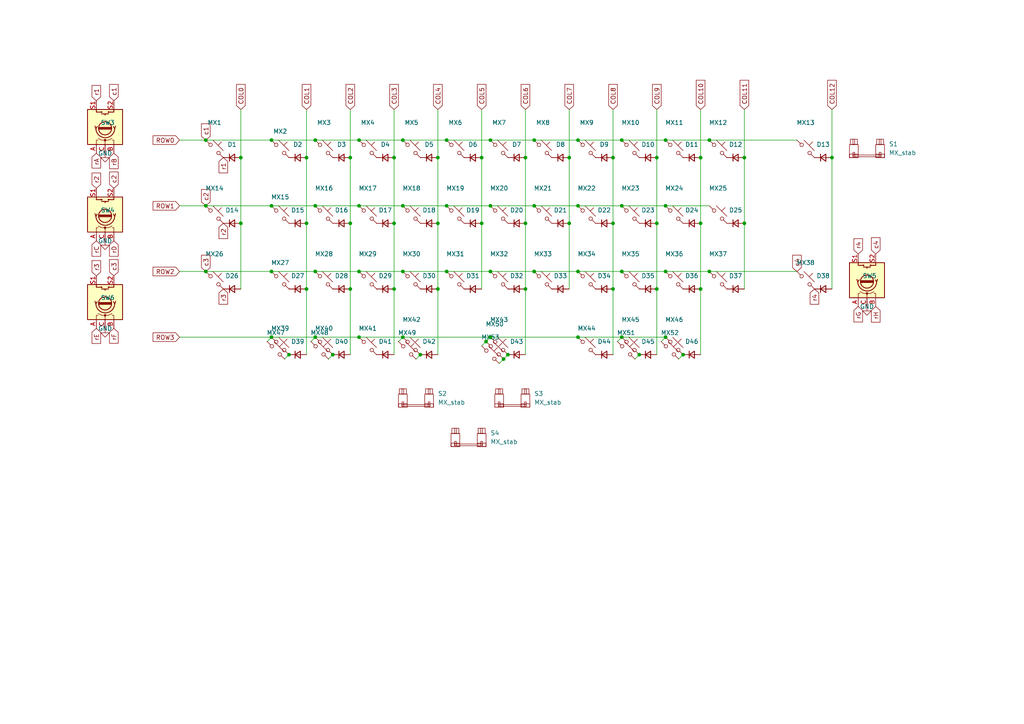
<source format=kicad_sch>
(kicad_sch (version 20231120) (generator "eeschema") (generator_version "8.0")
  (paper "A4")
  (junction (at 127 45.72))
  (junction (at 152.4 45.72))
  (junction (at 167.64 78.74))
  (junction (at 101.6 64.77))
  (junction (at 193.04 59.69))
  (junction (at 91.44 97.79))
  (junction (at 88.9 83.82))
  (junction (at 177.8 83.82))
  (junction (at 59.69 59.69))
  (junction (at 193.04 40.64))
  (junction (at 88.9 64.77))
  (junction (at 193.04 78.74))
  (junction (at 101.6 83.82))
  (junction (at 78.74 97.79))
  (junction (at 114.3 83.82))
  (junction (at 91.44 59.69))
  (junction (at 190.5 83.82))
  (junction (at 142.24 78.74))
  (junction (at 114.3 64.77))
  (junction (at 78.74 59.69))
  (junction (at 91.44 78.74))
  (junction (at 146.05 104.14))
  (junction (at 96.52 102.87))
  (junction (at 116.84 59.69))
  (junction (at 180.34 40.64))
  (junction (at 78.74 40.64))
  (junction (at 104.14 40.64))
  (junction (at 180.34 59.69))
  (junction (at 190.5 45.72))
  (junction (at 121.92 102.87))
  (junction (at 142.24 97.79))
  (junction (at 180.34 78.74))
  (junction (at 185.42 102.87))
  (junction (at 78.74 78.74))
  (junction (at 180.34 97.79))
  (junction (at 104.14 78.74))
  (junction (at 154.94 40.64))
  (junction (at 104.14 59.69))
  (junction (at 215.9 45.72))
  (junction (at 241.3 45.72))
  (junction (at 167.64 59.69))
  (junction (at 167.64 40.64))
  (junction (at 104.14 97.79))
  (junction (at 152.4 64.77))
  (junction (at 129.54 78.74))
  (junction (at 69.85 45.72))
  (junction (at 165.1 45.72))
  (junction (at 83.82 102.87))
  (junction (at 198.12 102.87))
  (junction (at 193.04 97.79))
  (junction (at 127 64.77))
  (junction (at 165.1 64.77))
  (junction (at 114.3 45.72))
  (junction (at 205.74 78.74))
  (junction (at 147.32 102.87))
  (junction (at 203.2 83.82))
  (junction (at 116.84 40.64))
  (junction (at 129.54 40.64))
  (junction (at 140.97 99.06))
  (junction (at 59.69 40.64))
  (junction (at 203.2 45.72))
  (junction (at 88.9 45.72))
  (junction (at 154.94 78.74))
  (junction (at 152.4 83.82))
  (junction (at 203.2 64.77))
  (junction (at 177.8 45.72))
  (junction (at 91.44 40.64))
  (junction (at 69.85 64.77))
  (junction (at 139.7 64.77))
  (junction (at 215.9 64.77))
  (junction (at 142.24 59.69))
  (junction (at 205.74 40.64))
  (junction (at 139.7 45.72))
  (junction (at 177.8 64.77))
  (junction (at 116.84 78.74))
  (junction (at 116.84 97.79))
  (junction (at 127 83.82))
  (junction (at 154.94 59.69))
  (junction (at 101.6 45.72))
  (junction (at 142.24 40.64))
  (junction (at 190.5 64.77))
  (junction (at 167.64 97.79))
  (junction (at 129.54 59.69))
  (junction (at 59.69 78.74))
  (wire (pts (xy 167.64 97.79) (xy 180.34 97.79)))
  (wire (pts (xy 59.69 78.74) (xy 78.74 78.74)))
  (wire (pts (xy 179.07 99.06) (xy 180.34 97.79)))
  (wire (pts (xy 167.64 40.64) (xy 180.34 40.64)))
  (wire (pts (xy 88.9 45.72) (xy 88.9 64.77)))
  (wire (pts (xy 203.2 64.77) (xy 203.2 83.82)))
  (wire (pts (xy 78.74 78.74) (xy 91.44 78.74)))
  (wire (pts (xy 114.3 83.82) (xy 114.3 102.87)))
  (wire (pts (xy 205.74 78.74) (xy 231.14 78.74)))
  (wire (pts (xy 193.04 59.69) (xy 205.74 59.69)))
  (wire (pts (xy 177.8 31.75) (xy 177.8 45.72)))
  (wire (pts (xy 177.8 83.82) (xy 177.8 102.87)))
  (wire (pts (xy 146.05 104.14) (xy 147.32 102.87)))
  (wire (pts (xy 193.04 78.74) (xy 205.74 78.74)))
  (wire (pts (xy 203.2 83.82) (xy 203.2 102.87)))
  (wire (pts (xy 154.94 40.64) (xy 167.64 40.64)))
  (wire (pts (xy 77.47 99.06) (xy 78.74 97.79)))
  (wire (pts (xy 142.24 97.79) (xy 167.64 97.79)))
  (wire (pts (xy 95.25 104.14) (xy 96.52 102.87)))
  (wire (pts (xy 205.74 40.64) (xy 231.14 40.64)))
  (wire (pts (xy 177.8 64.77) (xy 177.8 83.82)))
  (wire (pts (xy 241.3 45.72) (xy 241.3 83.82)))
  (wire (pts (xy 142.24 59.69) (xy 154.94 59.69)))
  (wire (pts (xy 203.2 31.75) (xy 203.2 45.72)))
  (wire (pts (xy 165.1 31.75) (xy 165.1 45.72)))
  (wire (pts (xy 180.34 97.79) (xy 193.04 97.79)))
  (wire (pts (xy 180.34 78.74) (xy 193.04 78.74)))
  (wire (pts (xy 129.54 78.74) (xy 142.24 78.74)))
  (wire (pts (xy 142.24 78.74) (xy 154.94 78.74)))
  (wire (pts (xy 101.6 83.82) (xy 101.6 102.87)))
  (wire (pts (xy 139.7 31.75) (xy 139.7 45.72)))
  (wire (pts (xy 69.85 64.77) (xy 69.85 83.82)))
  (wire (pts (xy 152.4 64.77) (xy 152.4 83.82)))
  (wire (pts (xy 82.55 104.14) (xy 83.82 102.87)))
  (wire (pts (xy 191.77 99.06) (xy 193.04 97.79)))
  (wire (pts (xy 52.07 78.74) (xy 59.69 78.74)))
  (wire (pts (xy 215.9 64.77) (xy 215.9 83.82)))
  (wire (pts (xy 215.9 31.75) (xy 215.9 45.72)))
  (wire (pts (xy 116.84 78.74) (xy 129.54 78.74)))
  (wire (pts (xy 139.7 100.33) (xy 140.97 99.06)))
  (wire (pts (xy 114.3 31.75) (xy 114.3 45.72)))
  (wire (pts (xy 215.9 45.72) (xy 215.9 64.77)))
  (wire (pts (xy 139.7 45.72) (xy 139.7 64.77)))
  (wire (pts (xy 101.6 31.75) (xy 101.6 45.72)))
  (wire (pts (xy 154.94 59.69) (xy 167.64 59.69)))
  (wire (pts (xy 152.4 31.75) (xy 152.4 45.72)))
  (wire (pts (xy 167.64 59.69) (xy 180.34 59.69)))
  (wire (pts (xy 184.15 104.14) (xy 185.42 102.87)))
  (wire (pts (xy 129.54 40.64) (xy 142.24 40.64)))
  (wire (pts (xy 52.07 59.69) (xy 59.69 59.69)))
  (wire (pts (xy 101.6 64.77) (xy 101.6 83.82)))
  (wire (pts (xy 91.44 40.64) (xy 104.14 40.64)))
  (wire (pts (xy 104.14 59.69) (xy 116.84 59.69)))
  (wire (pts (xy 52.07 40.64) (xy 59.69 40.64)))
  (wire (pts (xy 88.9 83.82) (xy 88.9 102.87)))
  (wire (pts (xy 190.5 31.75) (xy 190.5 45.72)))
  (wire (pts (xy 88.9 31.75) (xy 88.9 45.72)))
  (wire (pts (xy 190.5 64.77) (xy 190.5 83.82)))
  (wire (pts (xy 90.17 99.06) (xy 91.44 97.79)))
  (wire (pts (xy 78.74 59.69) (xy 91.44 59.69)))
  (wire (pts (xy 154.94 78.74) (xy 167.64 78.74)))
  (wire (pts (xy 91.44 59.69) (xy 104.14 59.69)))
  (wire (pts (xy 114.3 45.72) (xy 114.3 64.77)))
  (wire (pts (xy 152.4 83.82) (xy 152.4 102.87)))
  (wire (pts (xy 196.85 104.14) (xy 198.12 102.87)))
  (wire (pts (xy 101.6 45.72) (xy 101.6 64.77)))
  (wire (pts (xy 127 83.82) (xy 127 102.87)))
  (wire (pts (xy 104.14 97.79) (xy 116.84 97.79)))
  (wire (pts (xy 69.85 31.75) (xy 69.85 45.72)))
  (wire (pts (xy 152.4 45.72) (xy 152.4 64.77)))
  (wire (pts (xy 88.9 64.77) (xy 88.9 83.82)))
  (wire (pts (xy 69.85 45.72) (xy 69.85 64.77)))
  (wire (pts (xy 177.8 45.72) (xy 177.8 64.77)))
  (wire (pts (xy 104.14 78.74) (xy 116.84 78.74)))
  (wire (pts (xy 116.84 40.64) (xy 129.54 40.64)))
  (wire (pts (xy 144.78 105.41) (xy 146.05 104.14)))
  (wire (pts (xy 91.44 78.74) (xy 104.14 78.74)))
  (wire (pts (xy 203.2 45.72) (xy 203.2 64.77)))
  (wire (pts (xy 193.04 40.64) (xy 205.74 40.64)))
  (wire (pts (xy 104.14 40.64) (xy 116.84 40.64)))
  (wire (pts (xy 241.3 31.75) (xy 241.3 45.72)))
  (wire (pts (xy 142.24 40.64) (xy 154.94 40.64)))
  (wire (pts (xy 120.65 104.14) (xy 121.92 102.87)))
  (wire (pts (xy 139.7 64.77) (xy 139.7 83.82)))
  (wire (pts (xy 127 31.75) (xy 127 45.72)))
  (wire (pts (xy 115.57 99.06) (xy 116.84 97.79)))
  (wire (pts (xy 52.07 97.79) (xy 78.74 97.79)))
  (wire (pts (xy 190.5 83.82) (xy 190.5 102.87)))
  (wire (pts (xy 165.1 64.77) (xy 165.1 83.82)))
  (wire (pts (xy 78.74 40.64) (xy 91.44 40.64)))
  (wire (pts (xy 140.97 99.06) (xy 142.24 97.79)))
  (wire (pts (xy 165.1 45.72) (xy 165.1 64.77)))
  (wire (pts (xy 127 64.77) (xy 127 83.82)))
  (wire (pts (xy 127 45.72) (xy 127 64.77)))
  (wire (pts (xy 59.69 59.69) (xy 78.74 59.69)))
  (wire (pts (xy 129.54 59.69) (xy 142.24 59.69)))
  (wire (pts (xy 59.69 40.64) (xy 78.74 40.64)))
  (wire (pts (xy 167.64 78.74) (xy 180.34 78.74)))
  (wire (pts (xy 116.84 97.79) (xy 142.24 97.79)))
  (wire (pts (xy 114.3 64.77) (xy 114.3 83.82)))
  (wire (pts (xy 78.74 97.79) (xy 91.44 97.79)))
  (wire (pts (xy 190.5 45.72) (xy 190.5 64.77)))
  (wire (pts (xy 116.84 59.69) (xy 129.54 59.69)))
  (wire (pts (xy 180.34 40.64) (xy 193.04 40.64)))
  (wire (pts (xy 91.44 97.79) (xy 104.14 97.79)))
  (wire (pts (xy 180.34 59.69) (xy 193.04 59.69)))
  (global_label "ROW2" (shape input) (at 52.07 78.74 180) (property "Intersheetrefs" "${INTERSHEET_REFS}" (effects (hide yes))))
  (global_label "ROW0" (shape input) (at 52.07 40.64 180) (property "Intersheetrefs" "${INTERSHEET_REFS}" (effects (hide yes))))
  (global_label "COL3" (shape input) (at 114.3 31.75 90) (property "Intersheetrefs" "${INTERSHEET_REFS}" (effects (hide yes))))
  (global_label "c3" (shape input) (at 59.69 78.74 90) (property "Intersheetrefs" "${INTERSHEET_REFS}" (effects (hide yes))))
  (global_label "c3" (shape input) (at 33.02 80.01 90) (property "Intersheetrefs" "${INTERSHEET_REFS}" (effects (hide yes))))
  (global_label "ROW3" (shape input) (at 52.07 97.79 180) (property "Intersheetrefs" "${INTERSHEET_REFS}" (effects (hide yes))))
  (global_label "COL2" (shape input) (at 101.6 31.75 90) (property "Intersheetrefs" "${INTERSHEET_REFS}" (effects (hide yes))))
  (global_label "c1" (shape input) (at 59.69 40.64 90) (property "Intersheetrefs" "${INTERSHEET_REFS}" (effects (hide yes))))
  (global_label "COL4" (shape input) (at 127 31.75 90) (property "Intersheetrefs" "${INTERSHEET_REFS}" (effects (hide yes))))
  (global_label "COL6" (shape input) (at 152.4 31.75 90) (property "Intersheetrefs" "${INTERSHEET_REFS}" (effects (hide yes))))
  (global_label "rE" (shape input) (at 27.94 95.25 270) (property "Intersheetrefs" "${INTERSHEET_REFS}" (effects (hide yes))))
  (global_label "rC" (shape input) (at 27.94 69.85 270) (property "Intersheetrefs" "${INTERSHEET_REFS}" (effects (hide yes))))
  (global_label "r2" (shape input) (at 27.94 54.61 90) (property "Intersheetrefs" "${INTERSHEET_REFS}" (effects (hide yes))))
  (global_label "rD" (shape input) (at 33.02 69.85 270) (property "Intersheetrefs" "${INTERSHEET_REFS}" (effects (hide yes))))
  (global_label "rA" (shape input) (at 27.94 44.45 270) (property "Intersheetrefs" "${INTERSHEET_REFS}" (effects (hide yes))))
  (global_label "r3" (shape input) (at 64.77 83.82 270) (property "Intersheetrefs" "${INTERSHEET_REFS}" (effects (hide yes))))
  (global_label "COL12" (shape input) (at 241.3 31.75 90) (property "Intersheetrefs" "${INTERSHEET_REFS}" (effects (hide yes))))
  (global_label "c4" (shape input) (at 231.14 78.74 90) (property "Intersheetrefs" "${INTERSHEET_REFS}" (effects (hide yes))))
  (global_label "r2" (shape input) (at 64.77 64.77 270) (property "Intersheetrefs" "${INTERSHEET_REFS}" (effects (hide yes))))
  (global_label "rH" (shape input) (at 254 88.9 270) (property "Intersheetrefs" "${INTERSHEET_REFS}" (effects (hide yes))))
  (global_label "r3" (shape input) (at 27.94 80.01 90) (property "Intersheetrefs" "${INTERSHEET_REFS}" (effects (hide yes))))
  (global_label "r4" (shape input) (at 236.22 83.82 270) (property "Intersheetrefs" "${INTERSHEET_REFS}" (effects (hide yes))))
  (global_label "rG" (shape input) (at 248.92 88.9 270) (property "Intersheetrefs" "${INTERSHEET_REFS}" (effects (hide yes))))
  (global_label "COL10" (shape input) (at 203.2 31.75 90) (property "Intersheetrefs" "${INTERSHEET_REFS}" (effects (hide yes))))
  (global_label "r1" (shape input) (at 64.77 45.72 270) (property "Intersheetrefs" "${INTERSHEET_REFS}" (effects (hide yes))))
  (global_label "rB" (shape input) (at 33.02 44.45 270) (property "Intersheetrefs" "${INTERSHEET_REFS}" (effects (hide yes))))
  (global_label "COL11" (shape input) (at 215.9 31.75 90) (property "Intersheetrefs" "${INTERSHEET_REFS}" (effects (hide yes))))
  (global_label "ROW1" (shape input) (at 52.07 59.69 180) (property "Intersheetrefs" "${INTERSHEET_REFS}" (effects (hide yes))))
  (global_label "c2" (shape input) (at 33.02 54.61 90) (property "Intersheetrefs" "${INTERSHEET_REFS}" (effects (hide yes))))
  (global_label "COL5" (shape input) (at 139.7 31.75 90) (property "Intersheetrefs" "${INTERSHEET_REFS}" (effects (hide yes))))
  (global_label "r1" (shape input) (at 27.94 29.21 90) (property "Intersheetrefs" "${INTERSHEET_REFS}" (effects (hide yes))))
  (global_label "COL8" (shape input) (at 177.8 31.75 90) (property "Intersheetrefs" "${INTERSHEET_REFS}" (effects (hide yes))))
  (global_label "COL0" (shape input) (at 69.85 31.75 90) (property "Intersheetrefs" "${INTERSHEET_REFS}" (effects (hide yes))))
  (global_label "COL1" (shape input) (at 88.9 31.75 90) (property "Intersheetrefs" "${INTERSHEET_REFS}" (effects (hide yes))))
  (global_label "c4" (shape input) (at 254 73.66 90) (property "Intersheetrefs" "${INTERSHEET_REFS}" (effects (hide yes))))
  (global_label "r4" (shape input) (at 248.92 73.66 90) (property "Intersheetrefs" "${INTERSHEET_REFS}" (effects (hide yes))))
  (global_label "COL9" (shape input) (at 190.5 31.75 90) (property "Intersheetrefs" "${INTERSHEET_REFS}" (effects (hide yes))))
  (global_label "rF" (shape input) (at 33.02 95.25 270) (property "Intersheetrefs" "${INTERSHEET_REFS}" (effects (hide yes))))
  (global_label "c1" (shape input) (at 33.02 29.21 90) (property "Intersheetrefs" "${INTERSHEET_REFS}" (effects (hide yes))))
  (global_label "c2" (shape input) (at 59.69 59.69 90) (property "Intersheetrefs" "${INTERSHEET_REFS}" (effects (hide yes))))
  (global_label "COL7" (shape input) (at 165.1 31.75 90) (property "Intersheetrefs" "${INTERSHEET_REFS}" (effects (hide yes))))
  (symbol (lib_id "Device:D_Small") (at 238.76 83.82 0) (unit 1)
    (property "Reference" "D38" (at 238.76 80.01 0))
    (property "Value" "D_Small" (effects (hide yes)))
    (property "Footprint" "Diode_SMD:D_SOD-123F" (effects (hide yes)))
    (property "Description" "Diode, small symbol" (effects (hide yes)))
    (property "Sim.Device" "D" (effects (hide yes)))
    (property "Sim.Pins" "1=K 2=A" (effects (hide yes)))
  )
  (symbol (lib_id "Device:D_Small") (at 162.56 83.82 0) (unit 1)
    (property "Reference" "D33" (at 162.56 80.01 0))
    (property "Value" "D_Small" (effects (hide yes)))
    (property "Footprint" "Diode_SMD:D_SOD-123F" (effects (hide yes)))
    (property "Description" "Diode, small symbol" (effects (hide yes)))
    (property "Sim.Device" "D" (effects (hide yes)))
    (property "Sim.Pins" "1=K 2=A" (effects (hide yes)))
  )
  (symbol (lib_id "Device:D_Small") (at 175.26 83.82 0) (unit 1)
    (property "Reference" "D34" (at 175.26 80.01 0))
    (property "Value" "D_Small" (effects (hide yes)))
    (property "Footprint" "Diode_SMD:D_SOD-123F" (effects (hide yes)))
    (property "Description" "Diode, small symbol" (effects (hide yes)))
    (property "Sim.Device" "D" (effects (hide yes)))
    (property "Sim.Pins" "1=K 2=A" (effects (hide yes)))
  )
  (symbol (lib_id "Device:D_Small") (at 200.66 83.82 0) (unit 1)
    (property "Reference" "D36" (at 200.66 80.01 0))
    (property "Value" "D_Small" (effects (hide yes)))
    (property "Footprint" "Diode_SMD:D_SOD-123F" (effects (hide yes)))
    (property "Description" "Diode, small symbol" (effects (hide yes)))
    (property "Sim.Device" "D" (effects (hide yes)))
    (property "Sim.Pins" "1=K 2=A" (effects (hide yes)))
  )
  (symbol (lib_id "Device:D_Small") (at 111.76 83.82 0) (unit 1)
    (property "Reference" "D29" (at 111.76 80.01 0))
    (property "Value" "D_Small" (effects (hide yes)))
    (property "Footprint" "Diode_SMD:D_SOD-123F" (effects (hide yes)))
    (property "Description" "Diode, small symbol" (effects (hide yes)))
    (property "Sim.Device" "D" (effects (hide yes)))
    (property "Sim.Pins" "1=K 2=A" (effects (hide yes)))
  )
  (symbol (lib_id "PCM_marbastlib-mx:MX_SW_HS_CPG151101S11") (at 81.28 62.23 0) (unit 1)
    (property "Reference" "MX15" (at 81.28 57.15 0))
    (property "Value" "MX_SW_HS" (effects (hide yes)))
    (property "Footprint" "PCM_marbastlib-mx:SW_MX_1.25u" (effects (hide yes)))
    (property "Description" "Push button switch, normally open, two pins, 45° tilted, Kailh CPG151101S11 for Cherry MX style switches" (effects (hide yes)))
  )
  (symbol (lib_id "PCM_marbastlib-mx:MX_SW_HS_CPG151101S11") (at 62.23 43.18 0) (unit 1)
    (property "Reference" "MX1" (at 62.23 35.56 0))
    (property "Value" "MX_SW_HS" (effects (hide yes)))
    (property "Footprint" "PCM_marbastlib-mx:SW_MX_1u" (effects (hide yes)))
    (property "Description" "Push button switch, normally open, two pins, 45° tilted, Kailh CPG151101S11 for Cherry MX style switches" (effects (hide yes)))
  )
  (symbol (lib_id "Device:D_Small") (at 175.26 64.77 0) (unit 1)
    (property "Reference" "D22" (at 175.26 60.96 0))
    (property "Value" "D_Small" (effects (hide yes)))
    (property "Footprint" "Diode_SMD:D_SOD-123F" (effects (hide yes)))
    (property "Description" "Diode, small symbol" (effects (hide yes)))
    (property "Sim.Device" "D" (effects (hide yes)))
    (property "Sim.Pins" "1=K 2=A" (effects (hide yes)))
  )
  (symbol (lib_id "PCM_marbastlib-mx:MX_SW_HS_CPG151101S11") (at 208.28 43.18 0) (unit 1)
    (property "Reference" "MX12" (at 208.28 35.56 0))
    (property "Value" "MX_SW_HS" (effects (hide yes)))
    (property "Footprint" "PCM_marbastlib-mx:SW_MX_1u" (effects (hide yes)))
    (property "Description" "Push button switch, normally open, two pins, 45° tilted, Kailh CPG151101S11 for Cherry MX style switches" (effects (hide yes)))
  )
  (symbol (lib_id "PCM_marbastlib-mx:MX_SW_HS_CPG151101S11") (at 208.28 81.28 0) (unit 1)
    (property "Reference" "MX37" (at 208.28 73.66 0))
    (property "Value" "MX_SW_HS" (effects (hide yes)))
    (property "Footprint" "PCM_marbastlib-mx:SW_MX_1u" (effects (hide yes)))
    (property "Description" "Push button switch, normally open, two pins, 45° tilted, Kailh CPG151101S11 for Cherry MX style switches" (effects (hide yes)))
  )
  (symbol (lib_id "PCM_marbastlib-mx:MX_SW_HS_CPG151101S11") (at 182.88 81.28 0) (unit 1)
    (property "Reference" "MX35" (at 182.88 73.66 0))
    (property "Value" "MX_SW_HS" (effects (hide yes)))
    (property "Footprint" "PCM_marbastlib-mx:SW_MX_1u" (effects (hide yes)))
    (property "Description" "Push button switch, normally open, two pins, 45° tilted, Kailh CPG151101S11 for Cherry MX style switches" (effects (hide yes)))
  )
  (symbol (lib_id "Device:D_Small") (at 200.66 45.72 0) (unit 1)
    (property "Reference" "D11" (at 200.66 41.91 0))
    (property "Value" "D_Small" (effects (hide yes)))
    (property "Footprint" "Diode_SMD:D_SOD-123F" (effects (hide yes)))
    (property "Description" "Diode, small symbol" (effects (hide yes)))
    (property "Sim.Device" "D" (effects (hide yes)))
    (property "Sim.Pins" "1=K 2=A" (effects (hide yes)))
  )
  (symbol (lib_id "PCM_marbastlib-mx:MX_SW_HS_CPG151101S11") (at 182.88 62.23 0) (unit 1)
    (property "Reference" "MX23" (at 182.88 54.61 0))
    (property "Value" "MX_SW_HS" (effects (hide yes)))
    (property "Footprint" "PCM_marbastlib-mx:SW_MX_1u" (effects (hide yes)))
    (property "Description" "Push button switch, normally open, two pins, 45° tilted, Kailh CPG151101S11 for Cherry MX style switches" (effects (hide yes)))
  )
  (symbol (lib_name "GND_6") (lib_id "power:GND") (at 30.48 69.85 0) (unit 1)
    (property "Reference" "#PWR046" (effects (hide yes)))
    (property "Value" "GND" (at 30.48 69.85 0))
  )
  (symbol (lib_id "Device:D_Small") (at 213.36 45.72 0) (unit 1)
    (property "Reference" "D12" (at 213.36 41.91 0))
    (property "Value" "D_Small" (effects (hide yes)))
    (property "Footprint" "Diode_SMD:D_SOD-123F" (effects (hide yes)))
    (property "Description" "Diode, small symbol" (effects (hide yes)))
    (property "Sim.Device" "D" (effects (hide yes)))
    (property "Sim.Pins" "1=K 2=A" (effects (hide yes)))
  )
  (symbol (lib_id "Device:D_Small") (at 149.86 64.77 0) (unit 1)
    (property "Reference" "D20" (at 149.86 60.96 0))
    (property "Value" "D_Small" (effects (hide yes)))
    (property "Footprint" "Diode_SMD:D_SOD-123F" (effects (hide yes)))
    (property "Description" "Diode, small symbol" (effects (hide yes)))
    (property "Sim.Device" "D" (effects (hide yes)))
    (property "Sim.Pins" "1=K 2=A" (effects (hide yes)))
  )
  (symbol (lib_id "PCM_marbastlib-mx:MX_SW_HS_CPG151101S11") (at 62.23 62.23 0) (unit 1)
    (property "Reference" "MX14" (at 62.23 54.61 0))
    (property "Value" "MX_SW_HS" (effects (hide yes)))
    (property "Footprint" "PCM_marbastlib-mx:SW_MX_1u" (effects (hide yes)))
    (property "Description" "Push button switch, normally open, two pins, 45° tilted, Kailh CPG151101S11 for Cherry MX style switches" (effects (hide yes)))
  )
  (symbol (lib_id "PCM_marbastlib-mx:MX_SW_HS_CPG151101S11") (at 170.18 100.33 0) (unit 1)
    (property "Reference" "MX44" (at 170.18 95.25 0))
    (property "Value" "MX_SW_HS" (effects (hide yes)))
    (property "Footprint" "PCM_marbastlib-mx:SW_MX_1.25u" (effects (hide yes)))
    (property "Description" "Push button switch, normally open, two pins, 45° tilted, Kailh CPG151101S11 for Cherry MX style switches" (effects (hide yes)))
  )
  (symbol (lib_id "PCM_marbastlib-mx:MX_SW_HS_CPG151101S11") (at 119.38 81.28 0) (unit 1)
    (property "Reference" "MX30" (at 119.38 73.66 0))
    (property "Value" "MX_SW_HS" (effects (hide yes)))
    (property "Footprint" "PCM_marbastlib-mx:SW_MX_1u" (effects (hide yes)))
    (property "Description" "Push button switch, normally open, two pins, 45° tilted, Kailh CPG151101S11 for Cherry MX style switches" (effects (hide yes)))
  )
  (symbol (lib_id "PCM_marbastlib-mx:MX_SW_HS_CPG151101S11") (at 170.18 81.28 0) (unit 1)
    (property "Reference" "MX34" (at 170.18 73.66 0))
    (property "Value" "MX_SW_HS" (effects (hide yes)))
    (property "Footprint" "PCM_marbastlib-mx:SW_MX_1u" (effects (hide yes)))
    (property "Description" "Push button switch, normally open, two pins, 45° tilted, Kailh CPG151101S11 for Cherry MX style switches" (effects (hide yes)))
  )
  (symbol (lib_id "PCM_marbastlib-mx:MX_SW_HS_CPG151101S11") (at 157.48 81.28 0) (unit 1)
    (property "Reference" "MX33" (at 157.48 73.66 0))
    (property "Value" "MX_SW_HS" (effects (hide yes)))
    (property "Footprint" "PCM_marbastlib-mx:SW_MX_1u" (effects (hide yes)))
    (property "Description" "Push button switch, normally open, two pins, 45° tilted, Kailh CPG151101S11 for Cherry MX style switches" (effects (hide yes)))
  )
  (symbol (lib_id "PCM_marbastlib-mx:MX_stab") (at 120.65 115.57 0) (unit 1)
    (property "Reference" "S2" (at 127 114.1729 0) (effects (justify left)))
    (property "Value" "MX_stab" (at 127 116.7129 0) (effects (justify left)))
    (property "Footprint" "PCM_marbastlib-mx:STAB_MX_P_3u" (effects (hide yes)))
    (property "Description" "Cherry MX-style stabilizer" (effects (hide yes)))
  )
  (symbol (lib_id "PCM_marbastlib-mx:MX_SW_HS_CPG151101S11") (at 118.11 101.6 0) (unit 1)
    (property "Reference" "MX49" (at 118.11 96.52 0))
    (property "Value" "MX_SW_HS" (effects (hide yes)))
    (property "Footprint" "PCM_marbastlib-mx:SW_MX_1u" (effects (hide yes)))
    (property "Description" "Push button switch, normally open, two pins, 45° tilted, Kailh CPG151101S11 for Cherry MX style switches" (effects (hide yes)))
  )
  (symbol (lib_id "PCM_marbastlib-mx:MX_SW_HS_CPG151101S11") (at 119.38 43.18 0) (unit 1)
    (property "Reference" "MX5" (at 119.38 35.56 0))
    (property "Value" "MX_SW_HS" (effects (hide yes)))
    (property "Footprint" "PCM_marbastlib-mx:SW_MX_1u" (effects (hide yes)))
    (property "Description" "Push button switch, normally open, two pins, 45° tilted, Kailh CPG151101S11 for Cherry MX style switches" (effects (hide yes)))
  )
  (symbol (lib_id "Device:D_Small") (at 200.66 64.77 0) (unit 1)
    (property "Reference" "D24" (at 200.66 60.96 0))
    (property "Value" "D_Small" (effects (hide yes)))
    (property "Footprint" "Diode_SMD:D_SOD-123F" (effects (hide yes)))
    (property "Description" "Diode, small symbol" (effects (hide yes)))
    (property "Sim.Device" "D" (effects (hide yes)))
    (property "Sim.Pins" "1=K 2=A" (effects (hide yes)))
  )
  (symbol (lib_id "PCM_marbastlib-mx:MX_SW_HS_CPG151101S11") (at 144.78 62.23 0) (unit 1)
    (property "Reference" "MX20" (at 144.78 54.61 0))
    (property "Value" "MX_SW_HS" (effects (hide yes)))
    (property "Footprint" "PCM_marbastlib-mx:SW_MX_1u" (effects (hide yes)))
    (property "Description" "Push button switch, normally open, two pins, 45° tilted, Kailh CPG151101S11 for Cherry MX style switches" (effects (hide yes)))
  )
  (symbol (lib_id "Device:D_Small") (at 99.06 64.77 0) (unit 1)
    (property "Reference" "D16" (at 99.06 60.96 0))
    (property "Value" "D_Small" (effects (hide yes)))
    (property "Footprint" "Diode_SMD:D_SOD-123F" (effects (hide yes)))
    (property "Description" "Diode, small symbol" (effects (hide yes)))
    (property "Sim.Device" "D" (effects (hide yes)))
    (property "Sim.Pins" "1=K 2=A" (effects (hide yes)))
  )
  (symbol (lib_id "Device:D_Small") (at 124.46 83.82 0) (unit 1)
    (property "Reference" "D30" (at 124.46 80.01 0))
    (property "Value" "D_Small" (effects (hide yes)))
    (property "Footprint" "Diode_SMD:D_SOD-123F" (effects (hide yes)))
    (property "Description" "Diode, small symbol" (effects (hide yes)))
    (property "Sim.Device" "D" (effects (hide yes)))
    (property "Sim.Pins" "1=K 2=A" (effects (hide yes)))
  )
  (symbol (lib_id "Device:D_Small") (at 99.06 45.72 0) (unit 1)
    (property "Reference" "D3" (at 99.06 41.91 0))
    (property "Value" "D_Small" (effects (hide yes)))
    (property "Footprint" "Diode_SMD:D_SOD-123F" (effects (hide yes)))
    (property "Description" "Diode, small symbol" (effects (hide yes)))
    (property "Sim.Device" "D" (effects (hide yes)))
    (property "Sim.Pins" "1=K 2=A" (effects (hide yes)))
  )
  (symbol (lib_id "Device:D_Small") (at 238.76 45.72 0) (unit 1)
    (property "Reference" "D13" (at 238.76 41.91 0))
    (property "Value" "D_Small" (effects (hide yes)))
    (property "Footprint" "Diode_SMD:D_SOD-123F" (effects (hide yes)))
    (property "Description" "Diode, small symbol" (effects (hide yes)))
    (property "Sim.Device" "D" (effects (hide yes)))
    (property "Sim.Pins" "1=K 2=A" (effects (hide yes)))
  )
  (symbol (lib_id "Device:D_Small") (at 124.46 64.77 0) (unit 1)
    (property "Reference" "D18" (at 124.46 60.96 0))
    (property "Value" "D_Small" (effects (hide yes)))
    (property "Footprint" "Diode_SMD:D_SOD-123F" (effects (hide yes)))
    (property "Description" "Diode, small symbol" (effects (hide yes)))
    (property "Sim.Device" "D" (effects (hide yes)))
    (property "Sim.Pins" "1=K 2=A" (effects (hide yes)))
  )
  (symbol (lib_id "Device:D_Small") (at 213.36 64.77 0) (unit 1)
    (property "Reference" "D25" (at 213.36 60.96 0))
    (property "Value" "D_Small" (effects (hide yes)))
    (property "Footprint" "Diode_SMD:D_SOD-123F" (effects (hide yes)))
    (property "Description" "Diode, small symbol" (effects (hide yes)))
    (property "Sim.Device" "D" (effects (hide yes)))
    (property "Sim.Pins" "1=K 2=A" (effects (hide yes)))
  )
  (symbol (lib_id "Device:D_Small") (at 99.06 83.82 0) (unit 1)
    (property "Reference" "D28" (at 99.06 80.01 0))
    (property "Value" "D_Small" (effects (hide yes)))
    (property "Footprint" "Diode_SMD:D_SOD-123F" (effects (hide yes)))
    (property "Description" "Diode, small symbol" (effects (hide yes)))
    (property "Sim.Device" "D" (effects (hide yes)))
    (property "Sim.Pins" "1=K 2=A" (effects (hide yes)))
  )
  (symbol (lib_id "Device:D_Small") (at 200.66 102.87 0) (unit 1)
    (property "Reference" "D46" (at 200.66 99.06 0))
    (property "Value" "D_Small" (effects (hide yes)))
    (property "Footprint" "Diode_SMD:D_SOD-123F" (effects (hide yes)))
    (property "Description" "Diode, small symbol" (effects (hide yes)))
    (property "Sim.Device" "D" (effects (hide yes)))
    (property "Sim.Pins" "1=K 2=A" (effects (hide yes)))
  )
  (symbol (lib_id "PCM_marbastlib-mx:MX_SW_HS_CPG151101S11") (at 93.98 62.23 0) (unit 1)
    (property "Reference" "MX16" (at 93.98 54.61 0))
    (property "Value" "MX_SW_HS" (effects (hide yes)))
    (property "Footprint" "PCM_marbastlib-mx:SW_MX_1u" (effects (hide yes)))
    (property "Description" "Push button switch, normally open, two pins, 45° tilted, Kailh CPG151101S11 for Cherry MX style switches" (effects (hide yes)))
  )
  (symbol (lib_id "PCM_marbastlib-mx:MX_SW_HS_CPG151101S11") (at 106.68 62.23 0) (unit 1)
    (property "Reference" "MX17" (at 106.68 54.61 0))
    (property "Value" "MX_SW_HS" (effects (hide yes)))
    (property "Footprint" "PCM_marbastlib-mx:SW_MX_1u" (effects (hide yes)))
    (property "Description" "Push button switch, normally open, two pins, 45° tilted, Kailh CPG151101S11 for Cherry MX style switches" (effects (hide yes)))
  )
  (symbol (lib_id "Device:D_Small") (at 86.36 102.87 0) (unit 1)
    (property "Reference" "D39" (at 86.36 99.06 0))
    (property "Value" "D_Small" (effects (hide yes)))
    (property "Footprint" "Diode_SMD:D_SOD-123F" (effects (hide yes)))
    (property "Description" "Diode, small symbol" (effects (hide yes)))
    (property "Sim.Device" "D" (effects (hide yes)))
    (property "Sim.Pins" "1=K 2=A" (effects (hide yes)))
  )
  (symbol (lib_id "PCM_marbastlib-mx:MX_SW_HS_CPG151101S11") (at 92.71 101.6 0) (unit 1)
    (property "Reference" "MX48" (at 92.71 96.52 0))
    (property "Value" "MX_SW_HS" (effects (hide yes)))
    (property "Footprint" "PCM_marbastlib-mx:SW_MX_1.25u" (effects (hide yes)))
    (property "Description" "Push button switch, normally open, two pins, 45° tilted, Kailh CPG151101S11 for Cherry MX style switches" (effects (hide yes)))
  )
  (symbol (lib_id "PCM_marbastlib-mx:MX_SW_HS_CPG151101S11") (at 157.48 43.18 0) (unit 1)
    (property "Reference" "MX8" (at 157.48 35.56 0))
    (property "Value" "MX_SW_HS" (effects (hide yes)))
    (property "Footprint" "PCM_marbastlib-mx:SW_MX_1u" (effects (hide yes)))
    (property "Description" "Push button switch, normally open, two pins, 45° tilted, Kailh CPG151101S11 for Cherry MX style switches" (effects (hide yes)))
  )
  (symbol (lib_id "Device:D_Small") (at 124.46 102.87 0) (unit 1)
    (property "Reference" "D42" (at 124.46 99.06 0))
    (property "Value" "D_Small" (effects (hide yes)))
    (property "Footprint" "Diode_SMD:D_SOD-123F" (effects (hide yes)))
    (property "Description" "Diode, small symbol" (effects (hide yes)))
    (property "Sim.Device" "D" (effects (hide yes)))
    (property "Sim.Pins" "1=K 2=A" (effects (hide yes)))
  )
  (symbol (lib_id "PCM_marbastlib-mx:MX_SW_HS_CPG151101S11") (at 195.58 62.23 0) (unit 1)
    (property "Reference" "MX24" (at 195.58 54.61 0))
    (property "Value" "MX_SW_HS" (effects (hide yes)))
    (property "Footprint" "PCM_marbastlib-mx:SW_MX_1u" (effects (hide yes)))
    (property "Description" "Push button switch, normally open, two pins, 45° tilted, Kailh CPG151101S11 for Cherry MX style switches" (effects (hide yes)))
  )
  (symbol (lib_id "PCM_marbastlib-mx:MX_SW_HS_CPG151101S11") (at 142.24 102.87 0) (unit 1)
    (property "Reference" "MX53" (at 142.24 97.79 0))
    (property "Value" "MX_SW_HS" (effects (hide yes)))
    (property "Footprint" "PCM_marbastlib-mx:SW_MX_1u" (effects (hide yes)))
    (property "Description" "Push button switch, normally open, two pins, 45° tilted, Kailh CPG151101S11 for Cherry MX style switches" (effects (hide yes)))
  )
  (symbol (lib_id "PCM_marbastlib-mx:MX_SW_HS_CPG151101S11") (at 144.78 100.33 0) (unit 1)
    (property "Reference" "MX43" (at 144.78 92.71 0))
    (property "Value" "MX_SW_HS" (effects (hide yes)))
    (property "Footprint" "PCM_marbastlib-mx:SW_MX_1.75u" (effects (hide yes)))
    (property "Description" "Push button switch, normally open, two pins, 45° tilted, Kailh CPG151101S11 for Cherry MX style switches" (effects (hide yes)))
  )
  (symbol (lib_id "PCM_marbastlib-mx:MX_SW_HS_CPG151101S11") (at 132.08 43.18 0) (unit 1)
    (property "Reference" "MX6" (at 132.08 35.56 0))
    (property "Value" "MX_SW_HS" (effects (hide yes)))
    (property "Footprint" "PCM_marbastlib-mx:SW_MX_1u" (effects (hide yes)))
    (property "Description" "Push button switch, normally open, two pins, 45° tilted, Kailh CPG151101S11 for Cherry MX style switches" (effects (hide yes)))
  )
  (symbol (lib_id "Device:RotaryEncoder_Switch") (at 30.48 36.83 90) (unit 1)
    (property "Reference" "SW3" (at 29.21 35.56 90) (effects (justify right)))
    (property "Value" "RotaryEncoder_Switch" (effects (hide yes)))
    (property "Footprint" "PCM_marbastlib-various:ROT_Alps_EC11E-Switch" (effects (hide yes)))
  )
  (symbol (lib_id "PCM_marbastlib-mx:MX_stab") (at 148.59 115.57 0) (unit 1)
    (property "Reference" "S3" (at 154.94 114.1729 0) (effects (justify left)))
    (property "Value" "MX_stab" (at 154.94 116.7129 0) (effects (justify left)))
    (property "Footprint" "PCM_marbastlib-mx:STAB_MX_P_3u" (effects (hide yes)))
    (property "Description" "Cherry MX-style stabilizer" (effects (hide yes)))
  )
  (symbol (lib_id "Device:D_Small") (at 67.31 83.82 0) (unit 1)
    (property "Reference" "D26" (at 67.31 80.01 0))
    (property "Value" "D_Small" (effects (hide yes)))
    (property "Footprint" "Diode_SMD:D_SOD-123F" (effects (hide yes)))
    (property "Description" "Diode, small symbol" (effects (hide yes)))
    (property "Sim.Device" "D" (effects (hide yes)))
    (property "Sim.Pins" "1=K 2=A" (effects (hide yes)))
  )
  (symbol (lib_id "PCM_marbastlib-mx:MX_SW_HS_CPG151101S11") (at 106.68 81.28 0) (unit 1)
    (property "Reference" "MX29" (at 106.68 73.66 0))
    (property "Value" "MX_SW_HS" (effects (hide yes)))
    (property "Footprint" "PCM_marbastlib-mx:SW_MX_1u" (effects (hide yes)))
    (property "Description" "Push button switch, normally open, two pins, 45° tilted, Kailh CPG151101S11 for Cherry MX style switches" (effects (hide yes)))
  )
  (symbol (lib_id "Device:D_Small") (at 137.16 64.77 0) (unit 1)
    (property "Reference" "D19" (at 137.16 60.96 0))
    (property "Value" "D_Small" (effects (hide yes)))
    (property "Footprint" "Diode_SMD:D_SOD-123F" (effects (hide yes)))
    (property "Description" "Diode, small symbol" (effects (hide yes)))
    (property "Sim.Device" "D" (effects (hide yes)))
    (property "Sim.Pins" "1=K 2=A" (effects (hide yes)))
  )
  (symbol (lib_id "Device:D_Small") (at 137.16 45.72 0) (unit 1)
    (property "Reference" "D6" (at 137.16 41.91 0))
    (property "Value" "D_Small" (effects (hide yes)))
    (property "Footprint" "Diode_SMD:D_SOD-123F" (effects (hide yes)))
    (property "Description" "Diode, small symbol" (effects (hide yes)))
    (property "Sim.Device" "D" (effects (hide yes)))
    (property "Sim.Pins" "1=K 2=A" (effects (hide yes)))
  )
  (symbol (lib_id "PCM_marbastlib-mx:MX_SW_HS_CPG151101S11") (at 81.28 100.33 0) (unit 1)
    (property "Reference" "MX39" (at 81.28 95.25 0))
    (property "Value" "MX_SW_HS" (effects (hide yes)))
    (property "Footprint" "PCM_marbastlib-mx:SW_MX_1.25u" (effects (hide yes)))
    (property "Description" "Push button switch, normally open, two pins, 45° tilted, Kailh CPG151101S11 for Cherry MX style switches" (effects (hide yes)))
  )
  (symbol (lib_id "Device:RotaryEncoder_Switch") (at 30.48 62.23 90) (unit 1)
    (property "Reference" "SW4" (at 29.21 60.96 90) (effects (justify right)))
    (property "Value" "RotaryEncoder_Switch" (effects (hide yes)))
    (property "Footprint" "PCM_marbastlib-various:ROT_Alps_EC11E-Switch" (effects (hide yes)))
  )
  (symbol (lib_id "PCM_marbastlib-mx:MX_SW_HS_CPG151101S11") (at 170.18 43.18 0) (unit 1)
    (property "Reference" "MX9" (at 170.18 35.56 0))
    (property "Value" "MX_SW_HS" (effects (hide yes)))
    (property "Footprint" "PCM_marbastlib-mx:SW_MX_1u" (effects (hide yes)))
    (property "Description" "Push button switch, normally open, two pins, 45° tilted, Kailh CPG151101S11 for Cherry MX style switches" (effects (hide yes)))
  )
  (symbol (lib_id "Device:D_Small") (at 111.76 45.72 0) (unit 1)
    (property "Reference" "D4" (at 111.76 41.91 0))
    (property "Value" "D_Small" (effects (hide yes)))
    (property "Footprint" "Diode_SMD:D_SOD-123F" (effects (hide yes)))
    (property "Description" "Diode, small symbol" (effects (hide yes)))
    (property "Sim.Device" "D" (effects (hide yes)))
    (property "Sim.Pins" "1=K 2=A" (effects (hide yes)))
  )
  (symbol (lib_id "PCM_marbastlib-mx:MX_SW_HS_CPG151101S11") (at 106.68 100.33 0) (unit 1)
    (property "Reference" "MX41" (at 106.68 95.25 0))
    (property "Value" "MX_SW_HS" (effects (hide yes)))
    (property "Footprint" "PCM_marbastlib-mx:SW_MX_1.25u" (effects (hide yes)))
    (property "Description" "Push button switch, normally open, two pins, 45° tilted, Kailh CPG151101S11 for Cherry MX style switches" (effects (hide yes)))
  )
  (symbol (lib_id "PCM_marbastlib-mx:MX_SW_HS_CPG151101S11") (at 195.58 43.18 0) (unit 1)
    (property "Reference" "MX11" (at 195.58 35.56 0))
    (property "Value" "MX_SW_HS" (effects (hide yes)))
    (property "Footprint" "PCM_marbastlib-mx:SW_MX_1u" (effects (hide yes)))
    (property "Description" "Push button switch, normally open, two pins, 45° tilted, Kailh CPG151101S11 for Cherry MX style switches" (effects (hide yes)))
  )
  (symbol (lib_id "Device:D_Small") (at 124.46 45.72 0) (unit 1)
    (property "Reference" "D5" (at 124.46 41.91 0))
    (property "Value" "D_Small" (effects (hide yes)))
    (property "Footprint" "Diode_SMD:D_SOD-123F" (effects (hide yes)))
    (property "Description" "Diode, small symbol" (effects (hide yes)))
    (property "Sim.Device" "D" (effects (hide yes)))
    (property "Sim.Pins" "1=K 2=A" (effects (hide yes)))
  )
  (symbol (lib_id "PCM_marbastlib-mx:MX_SW_HS_CPG151101S11") (at 144.78 43.18 0) (unit 1)
    (property "Reference" "MX7" (at 144.78 35.56 0))
    (property "Value" "MX_SW_HS" (effects (hide yes)))
    (property "Footprint" "PCM_marbastlib-mx:SW_MX_1u" (effects (hide yes)))
    (property "Description" "Push button switch, normally open, two pins, 45° tilted, Kailh CPG151101S11 for Cherry MX style switches" (effects (hide yes)))
  )
  (symbol (lib_id "Device:D_Small") (at 149.86 45.72 0) (unit 1)
    (property "Reference" "D7" (at 149.86 41.91 0))
    (property "Value" "D_Small" (effects (hide yes)))
    (property "Footprint" "Diode_SMD:D_SOD-123F" (effects (hide yes)))
    (property "Description" "Diode, small symbol" (effects (hide yes)))
    (property "Sim.Device" "D" (effects (hide yes)))
    (property "Sim.Pins" "1=K 2=A" (effects (hide yes)))
  )
  (symbol (lib_id "PCM_marbastlib-mx:MX_SW_HS_CPG151101S11") (at 132.08 81.28 0) (unit 1)
    (property "Reference" "MX31" (at 132.08 73.66 0))
    (property "Value" "MX_SW_HS" (effects (hide yes)))
    (property "Footprint" "PCM_marbastlib-mx:SW_MX_1u" (effects (hide yes)))
    (property "Description" "Push button switch, normally open, two pins, 45° tilted, Kailh CPG151101S11 for Cherry MX style switches" (effects (hide yes)))
  )
  (symbol (lib_id "PCM_marbastlib-mx:MX_SW_HS_CPG151101S11") (at 81.28 81.28 0) (unit 1)
    (property "Reference" "MX27" (at 81.28 76.2 0))
    (property "Value" "MX_SW_HS" (effects (hide yes)))
    (property "Footprint" "PCM_marbastlib-mx:SW_MX_1.75u" (effects (hide yes)))
    (property "Description" "Push button switch, normally open, two pins, 45° tilted, Kailh CPG151101S11 for Cherry MX style switches" (effects (hide yes)))
  )
  (symbol (lib_id "Device:D_Small") (at 111.76 102.87 0) (unit 1)
    (property "Reference" "D41" (at 111.76 99.06 0))
    (property "Value" "D_Small" (effects (hide yes)))
    (property "Footprint" "Diode_SMD:D_SOD-123F" (effects (hide yes)))
    (property "Description" "Diode, small symbol" (effects (hide yes)))
    (property "Sim.Device" "D" (effects (hide yes)))
    (property "Sim.Pins" "1=K 2=A" (effects (hide yes)))
  )
  (symbol (lib_id "PCM_marbastlib-mx:MX_SW_HS_CPG151101S11") (at 62.23 81.28 0) (unit 1)
    (property "Reference" "MX26" (at 62.23 73.66 0))
    (property "Value" "MX_SW_HS" (effects (hide yes)))
    (property "Footprint" "PCM_marbastlib-mx:SW_MX_1u" (effects (hide yes)))
    (property "Description" "Push button switch, normally open, two pins, 45° tilted, Kailh CPG151101S11 for Cherry MX style switches" (effects (hide yes)))
  )
  (symbol (lib_id "Device:D_Small") (at 162.56 64.77 0) (unit 1)
    (property "Reference" "D21" (at 162.56 60.96 0))
    (property "Value" "D_Small" (effects (hide yes)))
    (property "Footprint" "Diode_SMD:D_SOD-123F" (effects (hide yes)))
    (property "Description" "Diode, small symbol" (effects (hide yes)))
    (property "Sim.Device" "D" (effects (hide yes)))
    (property "Sim.Pins" "1=K 2=A" (effects (hide yes)))
  )
  (symbol (lib_id "Device:D_Small") (at 187.96 102.87 0) (unit 1)
    (property "Reference" "D45" (at 187.96 99.06 0))
    (property "Value" "D_Small" (effects (hide yes)))
    (property "Footprint" "Diode_SMD:D_SOD-123F" (effects (hide yes)))
    (property "Description" "Diode, small symbol" (effects (hide yes)))
    (property "Sim.Device" "D" (effects (hide yes)))
    (property "Sim.Pins" "1=K 2=A" (effects (hide yes)))
  )
  (symbol (lib_id "Device:D_Small") (at 67.31 45.72 0) (unit 1)
    (property "Reference" "D1" (at 67.31 41.91 0))
    (property "Value" "D_Small" (effects (hide yes)))
    (property "Footprint" "Diode_SMD:D_SOD-123F" (effects (hide yes)))
    (property "Description" "Diode, small symbol" (effects (hide yes)))
    (property "Sim.Device" "D" (effects (hide yes)))
    (property "Sim.Pins" "1=K 2=A" (effects (hide yes)))
  )
  (symbol (lib_id "PCM_marbastlib-mx:MX_SW_HS_CPG151101S11") (at 81.28 43.18 0) (unit 1)
    (property "Reference" "MX2" (at 81.28 38.1 0))
    (property "Value" "MX_SW_HS" (effects (hide yes)))
    (property "Footprint" "PCM_marbastlib-mx:SW_MX_1u" (effects (hide yes)))
    (property "Description" "Push button switch, normally open, two pins, 45° tilted, Kailh CPG151101S11 for Cherry MX style switches" (effects (hide yes)))
  )
  (symbol (lib_id "PCM_marbastlib-mx:MX_SW_HS_CPG151101S11") (at 119.38 62.23 0) (unit 1)
    (property "Reference" "MX18" (at 119.38 54.61 0))
    (property "Value" "MX_SW_HS" (effects (hide yes)))
    (property "Footprint" "PCM_marbastlib-mx:SW_MX_1u" (effects (hide yes)))
    (property "Description" "Push button switch, normally open, two pins, 45° tilted, Kailh CPG151101S11 for Cherry MX style switches" (effects (hide yes)))
  )
  (symbol (lib_id "PCM_marbastlib-mx:MX_SW_HS_CPG151101S11") (at 157.48 62.23 0) (unit 1)
    (property "Reference" "MX21" (at 157.48 54.61 0))
    (property "Value" "MX_SW_HS" (effects (hide yes)))
    (property "Footprint" "PCM_marbastlib-mx:SW_MX_1u" (effects (hide yes)))
    (property "Description" "Push button switch, normally open, two pins, 45° tilted, Kailh CPG151101S11 for Cherry MX style switches" (effects (hide yes)))
  )
  (symbol (lib_id "PCM_marbastlib-mx:MX_SW_HS_CPG151101S11") (at 233.68 43.18 0) (unit 1)
    (property "Reference" "MX13" (at 233.68 35.56 0))
    (property "Value" "MX_SW_HS" (effects (hide yes)))
    (property "Footprint" "PCM_marbastlib-mx:SW_MX_1u" (effects (hide yes)))
    (property "Description" "Push button switch, normally open, two pins, 45° tilted, Kailh CPG151101S11 for Cherry MX style switches" (effects (hide yes)))
  )
  (symbol (lib_id "PCM_marbastlib-mx:MX_SW_HS_CPG151101S11") (at 93.98 81.28 0) (unit 1)
    (property "Reference" "MX28" (at 93.98 73.66 0))
    (property "Value" "MX_SW_HS" (effects (hide yes)))
    (property "Footprint" "PCM_marbastlib-mx:SW_MX_1u" (effects (hide yes)))
    (property "Description" "Push button switch, normally open, two pins, 45° tilted, Kailh CPG151101S11 for Cherry MX style switches" (effects (hide yes)))
  )
  (symbol (lib_id "PCM_marbastlib-mx:MX_SW_HS_CPG151101S11") (at 144.78 81.28 0) (unit 1)
    (property "Reference" "MX32" (at 144.78 73.66 0))
    (property "Value" "MX_SW_HS" (effects (hide yes)))
    (property "Footprint" "PCM_marbastlib-mx:SW_MX_1u" (effects (hide yes)))
    (property "Description" "Push button switch, normally open, two pins, 45° tilted, Kailh CPG151101S11 for Cherry MX style switches" (effects (hide yes)))
  )
  (symbol (lib_id "PCM_marbastlib-mx:MX_SW_HS_CPG151101S11") (at 233.68 81.28 0) (unit 1)
    (property "Reference" "MX38" (at 233.68 76.2 0))
    (property "Value" "MX_SW_HS" (effects (hide yes)))
    (property "Footprint" "PCM_marbastlib-mx:SW_MX_1u" (effects (hide yes)))
    (property "Description" "Push button switch, normally open, two pins, 45° tilted, Kailh CPG151101S11 for Cherry MX style switches" (effects (hide yes)))
  )
  (symbol (lib_id "Device:D_Small") (at 86.36 64.77 0) (unit 1)
    (property "Reference" "D15" (at 86.36 60.96 0))
    (property "Value" "D_Small" (effects (hide yes)))
    (property "Footprint" "Diode_SMD:D_SOD-123F" (effects (hide yes)))
    (property "Description" "Diode, small symbol" (effects (hide yes)))
    (property "Sim.Device" "D" (effects (hide yes)))
    (property "Sim.Pins" "1=K 2=A" (effects (hide yes)))
  )
  (symbol (lib_id "Device:D_Small") (at 149.86 102.87 0) (unit 1)
    (property "Reference" "D43" (at 149.86 99.06 0))
    (property "Value" "D_Small" (effects (hide yes)))
    (property "Footprint" "Diode_SMD:D_SOD-123F" (effects (hide yes)))
    (property "Description" "Diode, small symbol" (effects (hide yes)))
    (property "Sim.Device" "D" (effects (hide yes)))
    (property "Sim.Pins" "1=K 2=A" (effects (hide yes)))
  )
  (symbol (lib_id "PCM_marbastlib-mx:MX_SW_HS_CPG151101S11") (at 132.08 62.23 0) (unit 1)
    (property "Reference" "MX19" (at 132.08 54.61 0))
    (property "Value" "MX_SW_HS" (effects (hide yes)))
    (property "Footprint" "PCM_marbastlib-mx:SW_MX_1u" (effects (hide yes)))
    (property "Description" "Push button switch, normally open, two pins, 45° tilted, Kailh CPG151101S11 for Cherry MX style switches" (effects (hide yes)))
  )
  (symbol (lib_id "Device:D_Small") (at 187.96 64.77 0) (unit 1)
    (property "Reference" "D23" (at 187.96 60.96 0))
    (property "Value" "D_Small" (effects (hide yes)))
    (property "Footprint" "Diode_SMD:D_SOD-123F" (effects (hide yes)))
    (property "Description" "Diode, small symbol" (effects (hide yes)))
    (property "Sim.Device" "D" (effects (hide yes)))
    (property "Sim.Pins" "1=K 2=A" (effects (hide yes)))
  )
  (symbol (lib_id "PCM_marbastlib-mx:MX_SW_HS_CPG151101S11") (at 181.61 101.6 0) (unit 1)
    (property "Reference" "MX51" (at 181.61 96.52 0))
    (property "Value" "MX_SW_HS" (effects (hide yes)))
    (property "Footprint" "PCM_marbastlib-mx:SW_MX_1u" (effects (hide yes)))
    (property "Description" "Push button switch, normally open, two pins, 45° tilted, Kailh CPG151101S11 for Cherry MX style switches" (effects (hide yes)))
  )
  (symbol (lib_id "Device:D_Small") (at 99.06 102.87 0) (unit 1)
    (property "Reference" "D40" (at 99.06 99.06 0))
    (property "Value" "D_Small" (effects (hide yes)))
    (property "Footprint" "Diode_SMD:D_SOD-123F" (effects (hide yes)))
    (property "Description" "Diode, small symbol" (effects (hide yes)))
    (property "Sim.Device" "D" (effects (hide yes)))
    (property "Sim.Pins" "1=K 2=A" (effects (hide yes)))
  )
  (symbol (lib_id "Device:D_Small") (at 175.26 102.87 0) (unit 1)
    (property "Reference" "D44" (at 175.26 99.06 0))
    (property "Value" "D_Small" (effects (hide yes)))
    (property "Footprint" "Diode_SMD:D_SOD-123F" (effects (hide yes)))
    (property "Description" "Diode, small symbol" (effects (hide yes)))
    (property "Sim.Device" "D" (effects (hide yes)))
    (property "Sim.Pins" "1=K 2=A" (effects (hide yes)))
  )
  (symbol (lib_name "GND_6") (lib_id "power:GND") (at 251.46 88.9 0) (unit 1)
    (property "Reference" "#PWR047" (effects (hide yes)))
    (property "Value" "GND" (at 251.46 88.9 0))
  )
  (symbol (lib_id "PCM_marbastlib-mx:MX_SW_HS_CPG151101S11") (at 194.31 101.6 0) (unit 1)
    (property "Reference" "MX52" (at 194.31 96.52 0))
    (property "Value" "MX_SW_HS" (effects (hide yes)))
    (property "Footprint" "PCM_marbastlib-mx:SW_MX_1.25u" (effects (hide yes)))
    (property "Description" "Push button switch, normally open, two pins, 45° tilted, Kailh CPG151101S11 for Cherry MX style switches" (effects (hide yes)))
  )
  (symbol (lib_id "Device:D_Small") (at 86.36 83.82 0) (unit 1)
    (property "Reference" "D27" (at 86.36 80.01 0))
    (property "Value" "D_Small" (effects (hide yes)))
    (property "Footprint" "Diode_SMD:D_SOD-123F" (effects (hide yes)))
    (property "Description" "Diode, small symbol" (effects (hide yes)))
    (property "Sim.Device" "D" (effects (hide yes)))
    (property "Sim.Pins" "1=K 2=A" (effects (hide yes)))
  )
  (symbol (lib_id "Device:D_Small") (at 175.26 45.72 0) (unit 1)
    (property "Reference" "D9" (at 175.26 41.91 0))
    (property "Value" "D_Small" (effects (hide yes)))
    (property "Footprint" "Diode_SMD:D_SOD-123F" (effects (hide yes)))
    (property "Description" "Diode, small symbol" (effects (hide yes)))
    (property "Sim.Device" "D" (effects (hide yes)))
    (property "Sim.Pins" "1=K 2=A" (effects (hide yes)))
  )
  (symbol (lib_id "PCM_marbastlib-mx:MX_SW_HS_CPG151101S11") (at 93.98 43.18 0) (unit 1)
    (property "Reference" "MX3" (at 93.98 35.56 0))
    (property "Value" "MX_SW_HS" (effects (hide yes)))
    (property "Footprint" "PCM_marbastlib-mx:SW_MX_1u" (effects (hide yes)))
    (property "Description" "Push button switch, normally open, two pins, 45° tilted, Kailh CPG151101S11 for Cherry MX style switches" (effects (hide yes)))
  )
  (symbol (lib_id "Device:RotaryEncoder_Switch") (at 251.46 81.28 90) (unit 1)
    (property "Reference" "SW5" (at 250.19 80.01 90) (effects (justify right)))
    (property "Value" "RotaryEncoder_Switch" (effects (hide yes)))
    (property "Footprint" "PCM_marbastlib-various:ROT_Alps_EC11E-Switch" (effects (hide yes)))
  )
  (symbol (lib_id "PCM_marbastlib-mx:MX_stab") (at 251.46 43.18 0) (unit 1)
    (property "Reference" "S1" (at 257.81 41.7829 0) (effects (justify left)))
    (property "Value" "MX_stab" (at 257.81 44.3229 0) (effects (justify left)))
    (property "Footprint" "PCM_marbastlib-mx:STAB_MX_P_ISO-ROT" (effects (hide yes)))
    (property "Description" "Cherry MX-style stabilizer" (effects (hide yes)))
  )
  (symbol (lib_name "GND_6") (lib_id "power:GND") (at 30.48 95.25 0) (unit 1)
    (property "Reference" "#PWR048" (effects (hide yes)))
    (property "Value" "GND" (at 30.48 95.25 0))
  )
  (symbol (lib_id "PCM_marbastlib-mx:MX_SW_HS_CPG151101S11") (at 106.68 43.18 0) (unit 1)
    (property "Reference" "MX4" (at 106.68 35.56 0))
    (property "Value" "MX_SW_HS" (effects (hide yes)))
    (property "Footprint" "PCM_marbastlib-mx:SW_MX_1u" (effects (hide yes)))
    (property "Description" "Push button switch, normally open, two pins, 45° tilted, Kailh CPG151101S11 for Cherry MX style switches" (effects (hide yes)))
  )
  (symbol (lib_id "PCM_marbastlib-mx:MX_SW_HS_CPG151101S11") (at 182.88 100.33 0) (unit 1)
    (property "Reference" "MX45" (at 182.88 92.71 0))
    (property "Value" "MX_SW_HS" (effects (hide yes)))
    (property "Footprint" "PCM_marbastlib-mx:SW_MX_1.25u" (effects (hide yes)))
    (property "Description" "Push button switch, normally open, two pins, 45° tilted, Kailh CPG151101S11 for Cherry MX style switches" (effects (hide yes)))
  )
  (symbol (lib_id "Device:D_Small") (at 187.96 83.82 0) (unit 1)
    (property "Reference" "D35" (at 187.96 80.01 0))
    (property "Value" "D_Small" (effects (hide yes)))
    (property "Footprint" "Diode_SMD:D_SOD-123F" (effects (hide yes)))
    (property "Description" "Diode, small symbol" (effects (hide yes)))
    (property "Sim.Device" "D" (effects (hide yes)))
    (property "Sim.Pins" "1=K 2=A" (effects (hide yes)))
  )
  (symbol (lib_id "PCM_marbastlib-mx:MX_stab") (at 135.89 127 0) (unit 1)
    (property "Reference" "S4" (at 142.24 125.6029 0) (effects (justify left)))
    (property "Value" "MX_stab" (at 142.24 128.1429 0) (effects (justify left)))
    (property "Footprint" "PCM_marbastlib-mx:STAB_MX_P_6u" (effects (hide yes)))
    (property "Description" "Cherry MX-style stabilizer" (effects (hide yes)))
  )
  (symbol (lib_id "Device:D_Small") (at 111.76 64.77 0) (unit 1)
    (property "Reference" "D17" (at 111.76 60.96 0))
    (property "Value" "D_Small" (effects (hide yes)))
    (property "Footprint" "Diode_SMD:D_SOD-123F" (effects (hide yes)))
    (property "Description" "Diode, small symbol" (effects (hide yes)))
    (property "Sim.Device" "D" (effects (hide yes)))
    (property "Sim.Pins" "1=K 2=A" (effects (hide yes)))
  )
  (symbol (lib_id "PCM_marbastlib-mx:MX_SW_HS_CPG151101S11") (at 195.58 100.33 0) (unit 1)
    (property "Reference" "MX46" (at 195.58 92.71 0))
    (property "Value" "MX_SW_HS" (effects (hide yes)))
    (property "Footprint" "PCM_marbastlib-mx:SW_MX_1u" (effects (hide yes)))
    (property "Description" "Push button switch, normally open, two pins, 45° tilted, Kailh CPG151101S11 for Cherry MX style switches" (effects (hide yes)))
  )
  (symbol (lib_id "Device:RotaryEncoder_Switch") (at 30.48 87.63 90) (unit 1)
    (property "Reference" "SW6" (at 29.21 86.36 90) (effects (justify right)))
    (property "Value" "RotaryEncoder_Switch" (effects (hide yes)))
    (property "Footprint" "PCM_marbastlib-various:ROT_Alps_EC11E-Switch" (effects (hide yes)))
  )
  (symbol (lib_name "GND_6") (lib_id "power:GND") (at 30.48 44.45 0) (unit 1)
    (property "Reference" "#PWR045" (effects (hide yes)))
    (property "Value" "GND" (at 30.48 44.45 0))
  )
  (symbol (lib_id "Device:D_Small") (at 213.36 83.82 0) (unit 1)
    (property "Reference" "D37" (at 213.36 80.01 0))
    (property "Value" "D_Small" (effects (hide yes)))
    (property "Footprint" "Diode_SMD:D_SOD-123F" (effects (hide yes)))
    (property "Description" "Diode, small symbol" (effects (hide yes)))
    (property "Sim.Device" "D" (effects (hide yes)))
    (property "Sim.Pins" "1=K 2=A" (effects (hide yes)))
  )
  (symbol (lib_id "PCM_marbastlib-mx:MX_SW_HS_CPG151101S11") (at 93.98 100.33 0) (unit 1)
    (property "Reference" "MX40" (at 93.98 95.25 0))
    (property "Value" "MX_SW_HS" (effects (hide yes)))
    (property "Footprint" "PCM_marbastlib-mx:SW_MX_1u" (effects (hide yes)))
    (property "Description" "Push button switch, normally open, two pins, 45° tilted, Kailh CPG151101S11 for Cherry MX style switches" (effects (hide yes)))
  )
  (symbol (lib_id "PCM_marbastlib-mx:MX_SW_HS_CPG151101S11") (at 195.58 81.28 0) (unit 1)
    (property "Reference" "MX36" (at 195.58 73.66 0))
    (property "Value" "MX_SW_HS" (effects (hide yes)))
    (property "Footprint" "PCM_marbastlib-mx:SW_MX_1u" (effects (hide yes)))
    (property "Description" "Push button switch, normally open, two pins, 45° tilted, Kailh CPG151101S11 for Cherry MX style switches" (effects (hide yes)))
  )
  (symbol (lib_id "Device:D_Small") (at 86.36 45.72 0) (unit 1)
    (property "Reference" "D2" (at 86.36 41.91 0))
    (property "Value" "D_Small" (effects (hide yes)))
    (property "Footprint" "Diode_SMD:D_SOD-123F" (effects (hide yes)))
    (property "Description" "Diode, small symbol" (effects (hide yes)))
    (property "Sim.Device" "D" (effects (hide yes)))
    (property "Sim.Pins" "1=K 2=A" (effects (hide yes)))
  )
  (symbol (lib_id "Device:D_Small") (at 67.31 64.77 0) (unit 1)
    (property "Reference" "D14" (at 67.31 60.96 0))
    (property "Value" "D_Small" (effects (hide yes)))
    (property "Footprint" "Diode_SMD:D_SOD-123F" (effects (hide yes)))
    (property "Description" "Diode, small symbol" (effects (hide yes)))
    (property "Sim.Device" "D" (effects (hide yes)))
    (property "Sim.Pins" "1=K 2=A" (effects (hide yes)))
  )
  (symbol (lib_id "PCM_marbastlib-mx:MX_SW_HS_CPG151101S11") (at 80.01 101.6 0) (unit 1)
    (property "Reference" "MX47" (at 80.01 96.52 0))
    (property "Value" "MX_SW_HS" (effects (hide yes)))
    (property "Footprint" "PCM_marbastlib-mx:SW_MX_1u" (effects (hide yes)))
    (property "Description" "Push button switch, normally open, two pins, 45° tilted, Kailh CPG151101S11 for Cherry MX style switches" (effects (hide yes)))
  )
  (symbol (lib_id "Device:D_Small") (at 162.56 45.72 0) (unit 1)
    (property "Reference" "D8" (at 162.56 41.91 0))
    (property "Value" "D_Small" (effects (hide yes)))
    (property "Footprint" "Diode_SMD:D_SOD-123F" (effects (hide yes)))
    (property "Description" "Diode, small symbol" (effects (hide yes)))
    (property "Sim.Device" "D" (effects (hide yes)))
    (property "Sim.Pins" "1=K 2=A" (effects (hide yes)))
  )
  (symbol (lib_id "PCM_marbastlib-mx:MX_SW_HS_CPG151101S11") (at 143.51 101.6 0) (unit 1)
    (property "Reference" "MX50" (at 143.51 93.98 0))
    (property "Value" "MX_SW_HS" (effects (hide yes)))
    (property "Footprint" "PCM_marbastlib-mx:SW_MX_1u" (effects (hide yes)))
    (property "Description" "Push button switch, normally open, two pins, 45° tilted, Kailh CPG151101S11 for Cherry MX style switches" (effects (hide yes)))
  )
  (symbol (lib_id "PCM_marbastlib-mx:MX_SW_HS_CPG151101S11") (at 170.18 62.23 0) (unit 1)
    (property "Reference" "MX22" (at 170.18 54.61 0))
    (property "Value" "MX_SW_HS" (effects (hide yes)))
    (property "Footprint" "PCM_marbastlib-mx:SW_MX_1u" (effects (hide yes)))
    (property "Description" "Push button switch, normally open, two pins, 45° tilted, Kailh CPG151101S11 for Cherry MX style switches" (effects (hide yes)))
  )
  (symbol (lib_id "Device:D_Small") (at 187.96 45.72 0) (unit 1)
    (property "Reference" "D10" (at 187.96 41.91 0))
    (property "Value" "D_Small" (effects (hide yes)))
    (property "Footprint" "Diode_SMD:D_SOD-123F" (effects (hide yes)))
    (property "Description" "Diode, small symbol" (effects (hide yes)))
    (property "Sim.Device" "D" (effects (hide yes)))
    (property "Sim.Pins" "1=K 2=A" (effects (hide yes)))
  )
  (symbol (lib_id "Device:D_Small") (at 137.16 83.82 0) (unit 1)
    (property "Reference" "D31" (at 137.16 80.01 0))
    (property "Value" "D_Small" (effects (hide yes)))
    (property "Footprint" "Diode_SMD:D_SOD-123F" (effects (hide yes)))
    (property "Description" "Diode, small symbol" (effects (hide yes)))
    (property "Sim.Device" "D" (effects (hide yes)))
    (property "Sim.Pins" "1=K 2=A" (effects (hide yes)))
  )
  (symbol (lib_id "PCM_marbastlib-mx:MX_SW_HS_CPG151101S11") (at 182.88 43.18 0) (unit 1)
    (property "Reference" "MX10" (at 182.88 35.56 0))
    (property "Value" "MX_SW_HS" (effects (hide yes)))
    (property "Footprint" "PCM_marbastlib-mx:SW_MX_1u" (effects (hide yes)))
    (property "Description" "Push button switch, normally open, two pins, 45° tilted, Kailh CPG151101S11 for Cherry MX style switches" (effects (hide yes)))
  )
  (symbol (lib_id "PCM_marbastlib-mx:MX_SW_HS_CPG151101S11") (at 119.38 100.33 0) (unit 1)
    (property "Reference" "MX42" (at 119.38 92.71 0))
    (property "Value" "MX_SW_HS" (effects (hide yes)))
    (property "Footprint" "PCM_marbastlib-mx:SW_MX_1.75u" (effects (hide yes)))
    (property "Description" "Push button switch, normally open, two pins, 45° tilted, Kailh CPG151101S11 for Cherry MX style switches" (effects (hide yes)))
  )
  (symbol (lib_id "Device:D_Small") (at 149.86 83.82 0) (unit 1)
    (property "Reference" "D32" (at 149.86 80.01 0))
    (property "Value" "D_Small" (effects (hide yes)))
    (property "Footprint" "Diode_SMD:D_SOD-123F" (effects (hide yes)))
    (property "Description" "Diode, small symbol" (effects (hide yes)))
    (property "Sim.Device" "D" (effects (hide yes)))
    (property "Sim.Pins" "1=K 2=A" (effects (hide yes)))
  )
  (symbol (lib_id "PCM_marbastlib-mx:MX_SW_HS_CPG151101S11") (at 208.28 62.23 0) (unit 1)
    (property "Reference" "MX25" (at 208.28 54.61 0))
    (property "Value" "MX_SW_HS" (effects (hide yes)))
    (property "Footprint" "PCM_marbastlib-mx:SW_MX_1u" (effects (hide yes)))
    (property "Description" "Push button switch, normally open, two pins, 45° tilted, Kailh CPG151101S11 for Cherry MX style switches" (effects (hide yes)))
  )
)
</source>
